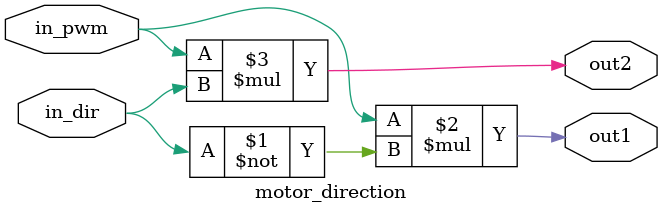
<source format=v>
module motor_direction(in_pwm, in_dir, out1, out2);
input in_pwm;
input in_dir;
output out1;
output out2;

assign out1 = in_pwm * ~in_dir;
assign out2 = in_pwm * in_dir;

endmodule

</source>
